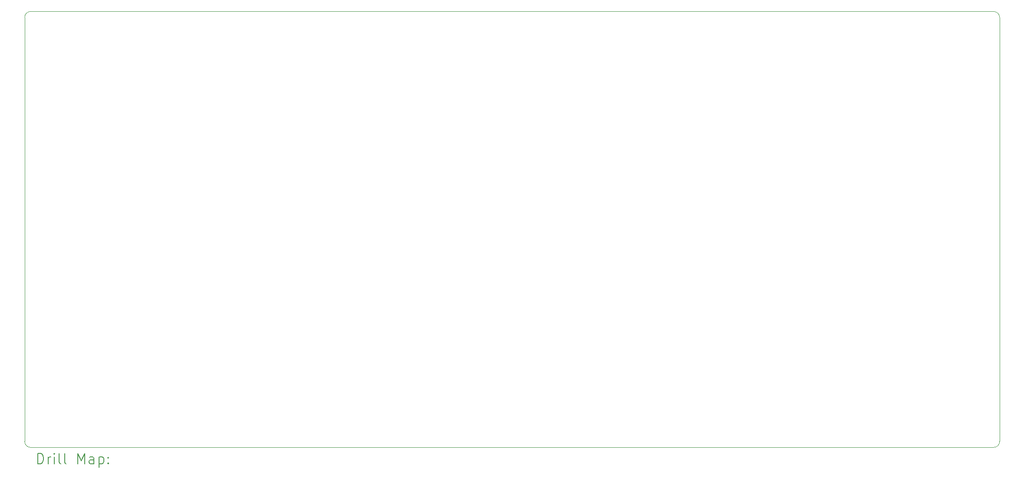
<source format=gbr>
%TF.GenerationSoftware,KiCad,Pcbnew,7.0.9*%
%TF.CreationDate,2024-10-07T22:48:39-04:00*%
%TF.ProjectId,Digital Clock,44696769-7461-46c2-9043-6c6f636b2e6b,rev?*%
%TF.SameCoordinates,Original*%
%TF.FileFunction,Drillmap*%
%TF.FilePolarity,Positive*%
%FSLAX45Y45*%
G04 Gerber Fmt 4.5, Leading zero omitted, Abs format (unit mm)*
G04 Created by KiCad (PCBNEW 7.0.9) date 2024-10-07 22:48:39*
%MOMM*%
%LPD*%
G01*
G04 APERTURE LIST*
%ADD10C,0.101600*%
%ADD11C,0.100000*%
%ADD12C,0.200000*%
G04 APERTURE END LIST*
D10*
X24081742Y-6178618D02*
G75*
G03*
X23964900Y-6061778I-116842J-2D01*
G01*
X5081338Y-14444980D02*
X5081338Y-6178618D01*
D11*
X24081740Y-6178618D02*
X24081740Y-14444980D01*
X23964900Y-14561820D02*
X5198178Y-14561820D01*
D10*
X5081340Y-14444980D02*
G75*
G03*
X5198178Y-14561820I116840J0D01*
G01*
X5198178Y-6061778D02*
G75*
G03*
X5081338Y-6178618I2J-116842D01*
G01*
X23964900Y-14561820D02*
G75*
G03*
X24081740Y-14444980I0J116840D01*
G01*
D11*
X5198178Y-6061778D02*
X23964900Y-6061778D01*
D12*
X5337035Y-14878384D02*
X5337035Y-14678384D01*
X5337035Y-14678384D02*
X5384654Y-14678384D01*
X5384654Y-14678384D02*
X5413226Y-14687908D01*
X5413226Y-14687908D02*
X5432273Y-14706955D01*
X5432273Y-14706955D02*
X5441797Y-14726003D01*
X5441797Y-14726003D02*
X5451321Y-14764098D01*
X5451321Y-14764098D02*
X5451321Y-14792669D01*
X5451321Y-14792669D02*
X5441797Y-14830765D01*
X5441797Y-14830765D02*
X5432273Y-14849812D01*
X5432273Y-14849812D02*
X5413226Y-14868860D01*
X5413226Y-14868860D02*
X5384654Y-14878384D01*
X5384654Y-14878384D02*
X5337035Y-14878384D01*
X5537035Y-14878384D02*
X5537035Y-14745050D01*
X5537035Y-14783146D02*
X5546559Y-14764098D01*
X5546559Y-14764098D02*
X5556083Y-14754574D01*
X5556083Y-14754574D02*
X5575130Y-14745050D01*
X5575130Y-14745050D02*
X5594178Y-14745050D01*
X5660845Y-14878384D02*
X5660845Y-14745050D01*
X5660845Y-14678384D02*
X5651321Y-14687908D01*
X5651321Y-14687908D02*
X5660845Y-14697431D01*
X5660845Y-14697431D02*
X5670368Y-14687908D01*
X5670368Y-14687908D02*
X5660845Y-14678384D01*
X5660845Y-14678384D02*
X5660845Y-14697431D01*
X5784654Y-14878384D02*
X5765607Y-14868860D01*
X5765607Y-14868860D02*
X5756083Y-14849812D01*
X5756083Y-14849812D02*
X5756083Y-14678384D01*
X5889416Y-14878384D02*
X5870368Y-14868860D01*
X5870368Y-14868860D02*
X5860845Y-14849812D01*
X5860845Y-14849812D02*
X5860845Y-14678384D01*
X6117988Y-14878384D02*
X6117988Y-14678384D01*
X6117988Y-14678384D02*
X6184654Y-14821241D01*
X6184654Y-14821241D02*
X6251321Y-14678384D01*
X6251321Y-14678384D02*
X6251321Y-14878384D01*
X6432273Y-14878384D02*
X6432273Y-14773622D01*
X6432273Y-14773622D02*
X6422749Y-14754574D01*
X6422749Y-14754574D02*
X6403702Y-14745050D01*
X6403702Y-14745050D02*
X6365607Y-14745050D01*
X6365607Y-14745050D02*
X6346559Y-14754574D01*
X6432273Y-14868860D02*
X6413226Y-14878384D01*
X6413226Y-14878384D02*
X6365607Y-14878384D01*
X6365607Y-14878384D02*
X6346559Y-14868860D01*
X6346559Y-14868860D02*
X6337035Y-14849812D01*
X6337035Y-14849812D02*
X6337035Y-14830765D01*
X6337035Y-14830765D02*
X6346559Y-14811717D01*
X6346559Y-14811717D02*
X6365607Y-14802193D01*
X6365607Y-14802193D02*
X6413226Y-14802193D01*
X6413226Y-14802193D02*
X6432273Y-14792669D01*
X6527511Y-14745050D02*
X6527511Y-14945050D01*
X6527511Y-14754574D02*
X6546559Y-14745050D01*
X6546559Y-14745050D02*
X6584654Y-14745050D01*
X6584654Y-14745050D02*
X6603702Y-14754574D01*
X6603702Y-14754574D02*
X6613226Y-14764098D01*
X6613226Y-14764098D02*
X6622749Y-14783146D01*
X6622749Y-14783146D02*
X6622749Y-14840288D01*
X6622749Y-14840288D02*
X6613226Y-14859336D01*
X6613226Y-14859336D02*
X6603702Y-14868860D01*
X6603702Y-14868860D02*
X6584654Y-14878384D01*
X6584654Y-14878384D02*
X6546559Y-14878384D01*
X6546559Y-14878384D02*
X6527511Y-14868860D01*
X6708464Y-14859336D02*
X6717988Y-14868860D01*
X6717988Y-14868860D02*
X6708464Y-14878384D01*
X6708464Y-14878384D02*
X6698940Y-14868860D01*
X6698940Y-14868860D02*
X6708464Y-14859336D01*
X6708464Y-14859336D02*
X6708464Y-14878384D01*
X6708464Y-14754574D02*
X6717988Y-14764098D01*
X6717988Y-14764098D02*
X6708464Y-14773622D01*
X6708464Y-14773622D02*
X6698940Y-14764098D01*
X6698940Y-14764098D02*
X6708464Y-14754574D01*
X6708464Y-14754574D02*
X6708464Y-14773622D01*
M02*

</source>
